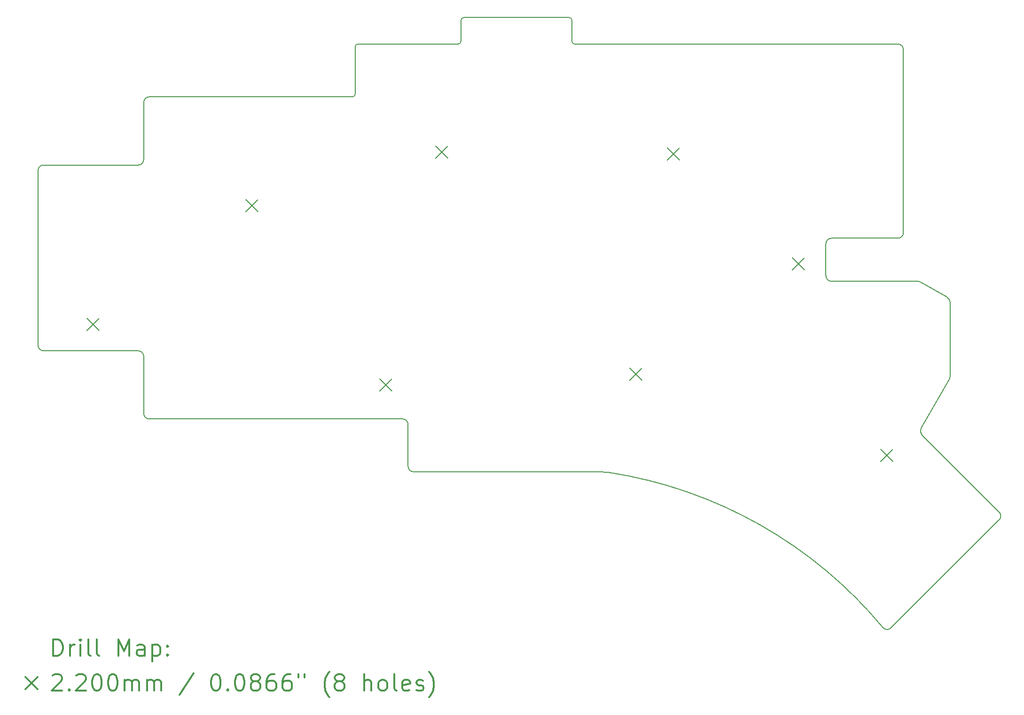
<source format=gbr>
%FSLAX45Y45*%
G04 Gerber Fmt 4.5, Leading zero omitted, Abs format (unit mm)*
G04 Created by KiCad (PCBNEW (5.1.10)-1) date 2021-10-25 12:42:18*
%MOMM*%
%LPD*%
G01*
G04 APERTURE LIST*
%TA.AperFunction,Profile*%
%ADD10C,0.200000*%
%TD*%
%ADD11C,0.200000*%
%ADD12C,0.300000*%
G04 APERTURE END LIST*
D10*
X6899440Y-12580600D02*
X6899440Y-11551230D01*
X6799440Y-11451230D02*
G75*
G02*
X6899440Y-11551230I0J-100000D01*
G01*
X5094435Y-11451230D02*
G75*
G02*
X4994435Y-11351230I0J100000D01*
G01*
X4994435Y-11351230D02*
X4994435Y-8201230D01*
X6799440Y-11451230D02*
X5094435Y-11451230D01*
X20585541Y-6018200D02*
X20585541Y-9321144D01*
X19190026Y-9521144D02*
G75*
G02*
X19290026Y-9421144I100000J0D01*
G01*
X16489370Y-5918200D02*
X16569370Y-5918200D01*
X22311406Y-14500875D02*
X20363825Y-16448141D01*
X19190026Y-9521144D02*
X19190026Y-10097055D01*
X15281824Y-13645387D02*
G75*
G02*
X20219704Y-16445322I-1219184J-7904233D01*
G01*
X16569370Y-5918200D02*
X18278210Y-5918200D01*
X20363825Y-16448141D02*
G75*
G02*
X20219704Y-16445322I-70705J70716D01*
G01*
X21426967Y-10574187D02*
X21426967Y-11918258D01*
X19290026Y-10197055D02*
X20846922Y-10197055D01*
X19290026Y-10197055D02*
G75*
G02*
X19190026Y-10097055I0J100000D01*
G01*
X20429470Y-5918200D02*
X20485541Y-5918200D01*
X20585541Y-9321144D02*
G75*
G02*
X20485541Y-9421144I-100000J0D01*
G01*
X15129382Y-13633700D02*
X11761940Y-13633700D01*
X15129382Y-13633700D02*
G75*
G02*
X15281824Y-13645387I0J-1000000D01*
G01*
X22311416Y-14359453D02*
G75*
G02*
X22311406Y-14500875I-70714J-70706D01*
G01*
X21376964Y-10487583D02*
G75*
G02*
X21426967Y-10574187I-49997J-86604D01*
G01*
X20921309Y-12969178D02*
X22311416Y-14359453D01*
X20846922Y-10197055D02*
G75*
G02*
X20896919Y-10210451I0J-100000D01*
G01*
X21413572Y-11968255D02*
X20905420Y-12848475D01*
X20896919Y-10210451D02*
X21376964Y-10487583D01*
X20485541Y-5918200D02*
G75*
G02*
X20585541Y-6018200I0J-100000D01*
G01*
X6999440Y-12680600D02*
G75*
G02*
X6899440Y-12580600I0J100000D01*
G01*
X11561940Y-12680600D02*
X6999440Y-12680600D01*
X11561940Y-12680600D02*
G75*
G02*
X11661940Y-12780600I0J-100000D01*
G01*
X11761940Y-13633700D02*
G75*
G02*
X11661940Y-13533700I0J100000D01*
G01*
X20921309Y-12969178D02*
G75*
G02*
X20905420Y-12848475I70715J70706D01*
G01*
X21426967Y-11918258D02*
G75*
G02*
X21413572Y-11968255I-100000J0D01*
G01*
X18278210Y-5918200D02*
X20429470Y-5918200D01*
X20485541Y-9421144D02*
X19290026Y-9421144D01*
X11661940Y-13533700D02*
X11661940Y-12780600D01*
X10709440Y-5968200D02*
G75*
G02*
X10759440Y-5918200I50000J0D01*
G01*
X6899440Y-8001230D02*
X6899440Y-6970670D01*
X5094435Y-8101230D02*
X6799440Y-8101230D01*
X4994435Y-8201230D02*
G75*
G02*
X5094435Y-8101230I100000J0D01*
G01*
X14564370Y-5441900D02*
G75*
G02*
X14614370Y-5491900I0J-50000D01*
G01*
X12614440Y-5491900D02*
G75*
G02*
X12664440Y-5441900I50000J0D01*
G01*
X12614440Y-5868200D02*
X12614440Y-5491900D01*
X6999440Y-6870670D02*
X7528910Y-6870670D01*
X6899440Y-8001230D02*
G75*
G02*
X6799440Y-8101230I-100000J0D01*
G01*
X10709440Y-6820670D02*
G75*
G02*
X10659440Y-6870670I-50000J0D01*
G01*
X14664370Y-5918200D02*
X16489370Y-5918200D01*
X10709440Y-6820670D02*
X10709440Y-5968200D01*
X14664370Y-5918200D02*
G75*
G02*
X14614370Y-5868200I0J50000D01*
G01*
X14614370Y-5491900D02*
X14614370Y-5868200D01*
X12664440Y-5441900D02*
X14564370Y-5441900D01*
X6899440Y-6970670D02*
G75*
G02*
X6999440Y-6870670I100000J0D01*
G01*
X7528910Y-6870670D02*
X10659440Y-6870670D01*
X12614440Y-5868200D02*
G75*
G02*
X12564440Y-5918200I-50000J0D01*
G01*
X10759440Y-5918200D02*
X12564440Y-5918200D01*
D11*
X5874240Y-10865340D02*
X6094240Y-11085340D01*
X6094240Y-10865340D02*
X5874240Y-11085340D01*
X8736820Y-8724120D02*
X8956820Y-8944120D01*
X8956820Y-8724120D02*
X8736820Y-8944120D01*
X11154900Y-11957540D02*
X11374900Y-12177540D01*
X11374900Y-11957540D02*
X11154900Y-12177540D01*
X12160740Y-7758920D02*
X12380740Y-7978920D01*
X12380740Y-7758920D02*
X12160740Y-7978920D01*
X15655780Y-11761960D02*
X15875780Y-11981960D01*
X15875780Y-11761960D02*
X15655780Y-11981960D01*
X16336500Y-7789400D02*
X16556500Y-8009400D01*
X16556500Y-7789400D02*
X16336500Y-8009400D01*
X18581860Y-9773140D02*
X18801860Y-9993140D01*
X18801860Y-9773140D02*
X18581860Y-9993140D01*
X20176980Y-13225000D02*
X20396980Y-13445000D01*
X20396980Y-13225000D02*
X20176980Y-13445000D01*
D12*
X5270863Y-16953139D02*
X5270863Y-16653139D01*
X5342292Y-16653139D01*
X5385149Y-16667424D01*
X5413721Y-16695996D01*
X5428006Y-16724567D01*
X5442292Y-16781710D01*
X5442292Y-16824567D01*
X5428006Y-16881710D01*
X5413721Y-16910282D01*
X5385149Y-16938853D01*
X5342292Y-16953139D01*
X5270863Y-16953139D01*
X5570863Y-16953139D02*
X5570863Y-16753139D01*
X5570863Y-16810282D02*
X5585149Y-16781710D01*
X5599435Y-16767424D01*
X5628006Y-16753139D01*
X5656578Y-16753139D01*
X5756578Y-16953139D02*
X5756578Y-16753139D01*
X5756578Y-16653139D02*
X5742292Y-16667424D01*
X5756578Y-16681710D01*
X5770863Y-16667424D01*
X5756578Y-16653139D01*
X5756578Y-16681710D01*
X5942292Y-16953139D02*
X5913720Y-16938853D01*
X5899435Y-16910282D01*
X5899435Y-16653139D01*
X6099435Y-16953139D02*
X6070863Y-16938853D01*
X6056578Y-16910282D01*
X6056578Y-16653139D01*
X6442292Y-16953139D02*
X6442292Y-16653139D01*
X6542292Y-16867424D01*
X6642292Y-16653139D01*
X6642292Y-16953139D01*
X6913720Y-16953139D02*
X6913720Y-16795996D01*
X6899435Y-16767424D01*
X6870863Y-16753139D01*
X6813720Y-16753139D01*
X6785149Y-16767424D01*
X6913720Y-16938853D02*
X6885149Y-16953139D01*
X6813720Y-16953139D01*
X6785149Y-16938853D01*
X6770863Y-16910282D01*
X6770863Y-16881710D01*
X6785149Y-16853139D01*
X6813720Y-16838853D01*
X6885149Y-16838853D01*
X6913720Y-16824567D01*
X7056578Y-16753139D02*
X7056578Y-17053139D01*
X7056578Y-16767424D02*
X7085149Y-16753139D01*
X7142292Y-16753139D01*
X7170863Y-16767424D01*
X7185149Y-16781710D01*
X7199435Y-16810282D01*
X7199435Y-16895996D01*
X7185149Y-16924567D01*
X7170863Y-16938853D01*
X7142292Y-16953139D01*
X7085149Y-16953139D01*
X7056578Y-16938853D01*
X7328006Y-16924567D02*
X7342292Y-16938853D01*
X7328006Y-16953139D01*
X7313720Y-16938853D01*
X7328006Y-16924567D01*
X7328006Y-16953139D01*
X7328006Y-16767424D02*
X7342292Y-16781710D01*
X7328006Y-16795996D01*
X7313720Y-16781710D01*
X7328006Y-16767424D01*
X7328006Y-16795996D01*
X4764435Y-17337424D02*
X4984435Y-17557424D01*
X4984435Y-17337424D02*
X4764435Y-17557424D01*
X5256578Y-17311710D02*
X5270863Y-17297424D01*
X5299435Y-17283139D01*
X5370863Y-17283139D01*
X5399435Y-17297424D01*
X5413721Y-17311710D01*
X5428006Y-17340282D01*
X5428006Y-17368853D01*
X5413721Y-17411710D01*
X5242292Y-17583139D01*
X5428006Y-17583139D01*
X5556578Y-17554567D02*
X5570863Y-17568853D01*
X5556578Y-17583139D01*
X5542292Y-17568853D01*
X5556578Y-17554567D01*
X5556578Y-17583139D01*
X5685149Y-17311710D02*
X5699435Y-17297424D01*
X5728006Y-17283139D01*
X5799435Y-17283139D01*
X5828006Y-17297424D01*
X5842292Y-17311710D01*
X5856578Y-17340282D01*
X5856578Y-17368853D01*
X5842292Y-17411710D01*
X5670863Y-17583139D01*
X5856578Y-17583139D01*
X6042292Y-17283139D02*
X6070863Y-17283139D01*
X6099435Y-17297424D01*
X6113720Y-17311710D01*
X6128006Y-17340282D01*
X6142292Y-17397424D01*
X6142292Y-17468853D01*
X6128006Y-17525996D01*
X6113720Y-17554567D01*
X6099435Y-17568853D01*
X6070863Y-17583139D01*
X6042292Y-17583139D01*
X6013720Y-17568853D01*
X5999435Y-17554567D01*
X5985149Y-17525996D01*
X5970863Y-17468853D01*
X5970863Y-17397424D01*
X5985149Y-17340282D01*
X5999435Y-17311710D01*
X6013720Y-17297424D01*
X6042292Y-17283139D01*
X6328006Y-17283139D02*
X6356578Y-17283139D01*
X6385149Y-17297424D01*
X6399435Y-17311710D01*
X6413720Y-17340282D01*
X6428006Y-17397424D01*
X6428006Y-17468853D01*
X6413720Y-17525996D01*
X6399435Y-17554567D01*
X6385149Y-17568853D01*
X6356578Y-17583139D01*
X6328006Y-17583139D01*
X6299435Y-17568853D01*
X6285149Y-17554567D01*
X6270863Y-17525996D01*
X6256578Y-17468853D01*
X6256578Y-17397424D01*
X6270863Y-17340282D01*
X6285149Y-17311710D01*
X6299435Y-17297424D01*
X6328006Y-17283139D01*
X6556578Y-17583139D02*
X6556578Y-17383139D01*
X6556578Y-17411710D02*
X6570863Y-17397424D01*
X6599435Y-17383139D01*
X6642292Y-17383139D01*
X6670863Y-17397424D01*
X6685149Y-17425996D01*
X6685149Y-17583139D01*
X6685149Y-17425996D02*
X6699435Y-17397424D01*
X6728006Y-17383139D01*
X6770863Y-17383139D01*
X6799435Y-17397424D01*
X6813720Y-17425996D01*
X6813720Y-17583139D01*
X6956578Y-17583139D02*
X6956578Y-17383139D01*
X6956578Y-17411710D02*
X6970863Y-17397424D01*
X6999435Y-17383139D01*
X7042292Y-17383139D01*
X7070863Y-17397424D01*
X7085149Y-17425996D01*
X7085149Y-17583139D01*
X7085149Y-17425996D02*
X7099435Y-17397424D01*
X7128006Y-17383139D01*
X7170863Y-17383139D01*
X7199435Y-17397424D01*
X7213720Y-17425996D01*
X7213720Y-17583139D01*
X7799435Y-17268853D02*
X7542292Y-17654567D01*
X8185149Y-17283139D02*
X8213720Y-17283139D01*
X8242292Y-17297424D01*
X8256578Y-17311710D01*
X8270863Y-17340282D01*
X8285149Y-17397424D01*
X8285149Y-17468853D01*
X8270863Y-17525996D01*
X8256578Y-17554567D01*
X8242292Y-17568853D01*
X8213720Y-17583139D01*
X8185149Y-17583139D01*
X8156578Y-17568853D01*
X8142292Y-17554567D01*
X8128006Y-17525996D01*
X8113720Y-17468853D01*
X8113720Y-17397424D01*
X8128006Y-17340282D01*
X8142292Y-17311710D01*
X8156578Y-17297424D01*
X8185149Y-17283139D01*
X8413721Y-17554567D02*
X8428006Y-17568853D01*
X8413721Y-17583139D01*
X8399435Y-17568853D01*
X8413721Y-17554567D01*
X8413721Y-17583139D01*
X8613721Y-17283139D02*
X8642292Y-17283139D01*
X8670863Y-17297424D01*
X8685149Y-17311710D01*
X8699435Y-17340282D01*
X8713721Y-17397424D01*
X8713721Y-17468853D01*
X8699435Y-17525996D01*
X8685149Y-17554567D01*
X8670863Y-17568853D01*
X8642292Y-17583139D01*
X8613721Y-17583139D01*
X8585149Y-17568853D01*
X8570863Y-17554567D01*
X8556578Y-17525996D01*
X8542292Y-17468853D01*
X8542292Y-17397424D01*
X8556578Y-17340282D01*
X8570863Y-17311710D01*
X8585149Y-17297424D01*
X8613721Y-17283139D01*
X8885149Y-17411710D02*
X8856578Y-17397424D01*
X8842292Y-17383139D01*
X8828006Y-17354567D01*
X8828006Y-17340282D01*
X8842292Y-17311710D01*
X8856578Y-17297424D01*
X8885149Y-17283139D01*
X8942292Y-17283139D01*
X8970863Y-17297424D01*
X8985149Y-17311710D01*
X8999435Y-17340282D01*
X8999435Y-17354567D01*
X8985149Y-17383139D01*
X8970863Y-17397424D01*
X8942292Y-17411710D01*
X8885149Y-17411710D01*
X8856578Y-17425996D01*
X8842292Y-17440282D01*
X8828006Y-17468853D01*
X8828006Y-17525996D01*
X8842292Y-17554567D01*
X8856578Y-17568853D01*
X8885149Y-17583139D01*
X8942292Y-17583139D01*
X8970863Y-17568853D01*
X8985149Y-17554567D01*
X8999435Y-17525996D01*
X8999435Y-17468853D01*
X8985149Y-17440282D01*
X8970863Y-17425996D01*
X8942292Y-17411710D01*
X9256578Y-17283139D02*
X9199435Y-17283139D01*
X9170863Y-17297424D01*
X9156578Y-17311710D01*
X9128006Y-17354567D01*
X9113721Y-17411710D01*
X9113721Y-17525996D01*
X9128006Y-17554567D01*
X9142292Y-17568853D01*
X9170863Y-17583139D01*
X9228006Y-17583139D01*
X9256578Y-17568853D01*
X9270863Y-17554567D01*
X9285149Y-17525996D01*
X9285149Y-17454567D01*
X9270863Y-17425996D01*
X9256578Y-17411710D01*
X9228006Y-17397424D01*
X9170863Y-17397424D01*
X9142292Y-17411710D01*
X9128006Y-17425996D01*
X9113721Y-17454567D01*
X9542292Y-17283139D02*
X9485149Y-17283139D01*
X9456578Y-17297424D01*
X9442292Y-17311710D01*
X9413721Y-17354567D01*
X9399435Y-17411710D01*
X9399435Y-17525996D01*
X9413721Y-17554567D01*
X9428006Y-17568853D01*
X9456578Y-17583139D01*
X9513721Y-17583139D01*
X9542292Y-17568853D01*
X9556578Y-17554567D01*
X9570863Y-17525996D01*
X9570863Y-17454567D01*
X9556578Y-17425996D01*
X9542292Y-17411710D01*
X9513721Y-17397424D01*
X9456578Y-17397424D01*
X9428006Y-17411710D01*
X9413721Y-17425996D01*
X9399435Y-17454567D01*
X9685149Y-17283139D02*
X9685149Y-17340282D01*
X9799435Y-17283139D02*
X9799435Y-17340282D01*
X10242292Y-17697424D02*
X10228006Y-17683139D01*
X10199435Y-17640282D01*
X10185149Y-17611710D01*
X10170863Y-17568853D01*
X10156578Y-17497424D01*
X10156578Y-17440282D01*
X10170863Y-17368853D01*
X10185149Y-17325996D01*
X10199435Y-17297424D01*
X10228006Y-17254567D01*
X10242292Y-17240282D01*
X10399435Y-17411710D02*
X10370863Y-17397424D01*
X10356578Y-17383139D01*
X10342292Y-17354567D01*
X10342292Y-17340282D01*
X10356578Y-17311710D01*
X10370863Y-17297424D01*
X10399435Y-17283139D01*
X10456578Y-17283139D01*
X10485149Y-17297424D01*
X10499435Y-17311710D01*
X10513721Y-17340282D01*
X10513721Y-17354567D01*
X10499435Y-17383139D01*
X10485149Y-17397424D01*
X10456578Y-17411710D01*
X10399435Y-17411710D01*
X10370863Y-17425996D01*
X10356578Y-17440282D01*
X10342292Y-17468853D01*
X10342292Y-17525996D01*
X10356578Y-17554567D01*
X10370863Y-17568853D01*
X10399435Y-17583139D01*
X10456578Y-17583139D01*
X10485149Y-17568853D01*
X10499435Y-17554567D01*
X10513721Y-17525996D01*
X10513721Y-17468853D01*
X10499435Y-17440282D01*
X10485149Y-17425996D01*
X10456578Y-17411710D01*
X10870863Y-17583139D02*
X10870863Y-17283139D01*
X10999435Y-17583139D02*
X10999435Y-17425996D01*
X10985149Y-17397424D01*
X10956578Y-17383139D01*
X10913721Y-17383139D01*
X10885149Y-17397424D01*
X10870863Y-17411710D01*
X11185149Y-17583139D02*
X11156578Y-17568853D01*
X11142292Y-17554567D01*
X11128006Y-17525996D01*
X11128006Y-17440282D01*
X11142292Y-17411710D01*
X11156578Y-17397424D01*
X11185149Y-17383139D01*
X11228006Y-17383139D01*
X11256578Y-17397424D01*
X11270863Y-17411710D01*
X11285149Y-17440282D01*
X11285149Y-17525996D01*
X11270863Y-17554567D01*
X11256578Y-17568853D01*
X11228006Y-17583139D01*
X11185149Y-17583139D01*
X11456578Y-17583139D02*
X11428006Y-17568853D01*
X11413720Y-17540282D01*
X11413720Y-17283139D01*
X11685149Y-17568853D02*
X11656578Y-17583139D01*
X11599435Y-17583139D01*
X11570863Y-17568853D01*
X11556578Y-17540282D01*
X11556578Y-17425996D01*
X11570863Y-17397424D01*
X11599435Y-17383139D01*
X11656578Y-17383139D01*
X11685149Y-17397424D01*
X11699435Y-17425996D01*
X11699435Y-17454567D01*
X11556578Y-17483139D01*
X11813720Y-17568853D02*
X11842292Y-17583139D01*
X11899435Y-17583139D01*
X11928006Y-17568853D01*
X11942292Y-17540282D01*
X11942292Y-17525996D01*
X11928006Y-17497424D01*
X11899435Y-17483139D01*
X11856578Y-17483139D01*
X11828006Y-17468853D01*
X11813720Y-17440282D01*
X11813720Y-17425996D01*
X11828006Y-17397424D01*
X11856578Y-17383139D01*
X11899435Y-17383139D01*
X11928006Y-17397424D01*
X12042292Y-17697424D02*
X12056578Y-17683139D01*
X12085149Y-17640282D01*
X12099435Y-17611710D01*
X12113720Y-17568853D01*
X12128006Y-17497424D01*
X12128006Y-17440282D01*
X12113720Y-17368853D01*
X12099435Y-17325996D01*
X12085149Y-17297424D01*
X12056578Y-17254567D01*
X12042292Y-17240282D01*
M02*

</source>
